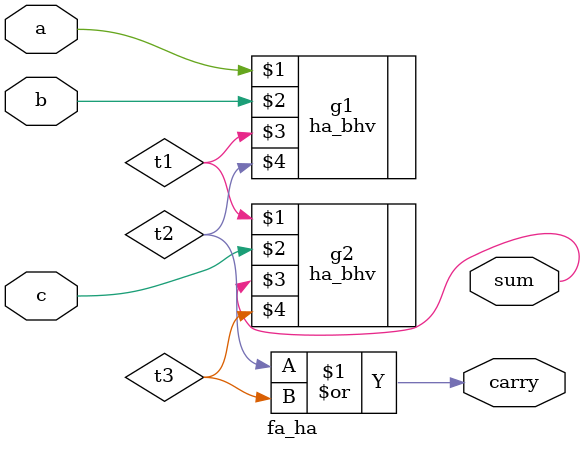
<source format=v>
`timescale 1ns / 1ps


module fa_ha(
    input a,
    input b,
    input c,
    output sum,
    output carry
    );
    wire t1,t2,t3;
    ha_bhv g1(a,b,t1,t2);
    ha_bhv g2(t1,c,sum,t3);
    assign carry=t2|t3;
    
endmodule


</source>
